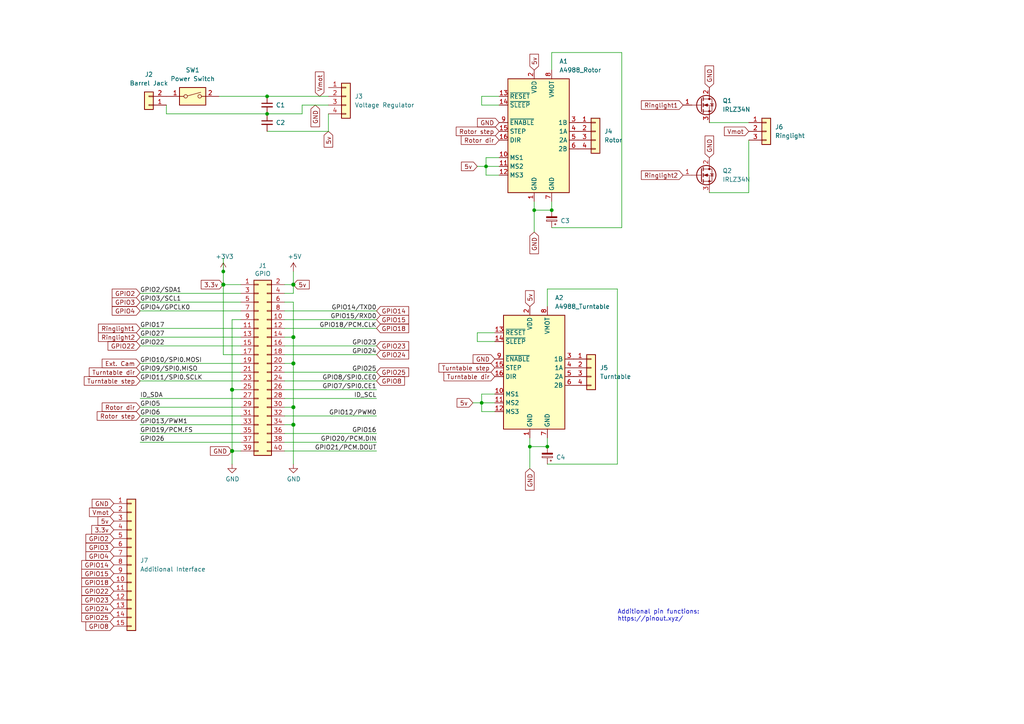
<source format=kicad_sch>
(kicad_sch (version 20231120) (generator "eeschema") (generator_version "8.0")
  (paper "A4")
  (title_block (date "15 nov 2012"))
  (lib_symbols
    (symbol "Connector_Generic:Conn_01x02" (pin_names (offset 1.016) hide)
      (property "Reference" "J" (at 0 2.54 0))
      (property "Value" "Conn_01x02" (at 0 -5.08 0))
      (symbol "Conn_01x02_1_1"
        (rectangle (start -1.27 -2.413) (end 0 -2.667) (stroke (width 0.1524)))
        (rectangle (start -1.27 0.127) (end 0 -0.127) (stroke (width 0.1524)))
        (rectangle (start -1.27 1.27) (end 1.27 -3.81) (stroke (width 0.254)) (fill (type background)))
        (pin passive line (at -5.08 0 0) (length 3.81) (name "Pin_1") (number "1"))
        (pin passive line (at -5.08 -2.54 0) (length 3.81) (name "Pin_2") (number "2"))
      )
    )
    (symbol "Connector_Generic:Conn_01x03" (pin_names (offset 1.016) hide)
      (property "Reference" "J" (at 0 5.08 0))
      (property "Value" "Conn_01x03" (at 0 -5.08 0))
      (symbol "Conn_01x03_1_1"
        (rectangle (start -1.27 -2.413) (end 0 -2.667) (stroke (width 0.1524)))
        (rectangle (start -1.27 0.127) (end 0 -0.127) (stroke (width 0.1524)))
        (rectangle (start -1.27 2.667) (end 0 2.413) (stroke (width 0.1524)))
        (rectangle (start -1.27 3.81) (end 1.27 -3.81) (stroke (width 0.254)) (fill (type background)))
        (pin passive line (at -5.08 2.54 0) (length 3.81) (name "Pin_1") (number "1"))
        (pin passive line (at -5.08 0 0) (length 3.81) (name "Pin_2") (number "2"))
        (pin passive line (at -5.08 -2.54 0) (length 3.81) (name "Pin_3") (number "3"))
      )
    )
    (symbol "Connector_Generic:Conn_01x04" (pin_names (offset 1.016) hide)
      (property "Reference" "J" (at 0 5.08 0))
      (property "Value" "Conn_01x04" (at 0 -7.62 0))
      (symbol "Conn_01x04_1_1"
        (rectangle (start -1.27 -4.953) (end 0 -5.207) (stroke (width 0.1524)))
        (rectangle (start -1.27 -2.413) (end 0 -2.667) (stroke (width 0.1524)))
        (rectangle (start -1.27 0.127) (end 0 -0.127) (stroke (width 0.1524)))
        (rectangle (start -1.27 2.667) (end 0 2.413) (stroke (width 0.1524)))
        (rectangle (start -1.27 3.81) (end 1.27 -6.35) (stroke (width 0.254)) (fill (type background)))
        (pin passive line (at -5.08 2.54 0) (length 3.81) (name "Pin_1") (number "1"))
        (pin passive line (at -5.08 0 0) (length 3.81) (name "Pin_2") (number "2"))
        (pin passive line (at -5.08 -2.54 0) (length 3.81) (name "Pin_3") (number "3"))
        (pin passive line (at -5.08 -5.08 0) (length 3.81) (name "Pin_4") (number "4"))
      )
    )
    (symbol "Connector_Generic:Conn_01x15" (pin_names (offset 1.016) hide)
      (property "Reference" "J" (at 0 20.32 0))
      (property "Value" "Conn_01x15" (at 0 -20.32 0))
      (symbol "Conn_01x15_1_1"
        (rectangle (start -1.27 -17.653) (end 0 -17.907) (stroke (width 0.1524)))
        (rectangle (start -1.27 -15.113) (end 0 -15.367) (stroke (width 0.1524)))
        (rectangle (start -1.27 -12.573) (end 0 -12.827) (stroke (width 0.1524)))
        (rectangle (start -1.27 -10.033) (end 0 -10.287) (stroke (width 0.1524)))
        (rectangle (start -1.27 -7.493) (end 0 -7.747) (stroke (width 0.1524)))
        (rectangle (start -1.27 -4.953) (end 0 -5.207) (stroke (width 0.1524)))
        (rectangle (start -1.27 -2.413) (end 0 -2.667) (stroke (width 0.1524)))
        (rectangle (start -1.27 0.127) (end 0 -0.127) (stroke (width 0.1524)))
        (rectangle (start -1.27 2.667) (end 0 2.413) (stroke (width 0.1524)))
        (rectangle (start -1.27 5.207) (end 0 4.953) (stroke (width 0.1524)))
        (rectangle (start -1.27 7.747) (end 0 7.493) (stroke (width 0.1524)))
        (rectangle (start -1.27 10.287) (end 0 10.033) (stroke (width 0.1524)))
        (rectangle (start -1.27 12.827) (end 0 12.573) (stroke (width 0.1524)))
        (rectangle (start -1.27 15.367) (end 0 15.113) (stroke (width 0.1524)))
        (rectangle (start -1.27 17.907) (end 0 17.653) (stroke (width 0.1524)))
        (rectangle (start -1.27 19.05) (end 1.27 -19.05) (stroke (width 0.254)) (fill (type background)))
        (pin passive line (at -5.08 17.78 0) (length 3.81) (name "Pin_1") (number "1"))
        (pin passive line (at -5.08 -5.08 0) (length 3.81) (name "Pin_10") (number "10"))
        (pin passive line (at -5.08 -7.62 0) (length 3.81) (name "Pin_11") (number "11"))
        (pin passive line (at -5.08 -10.16 0) (length 3.81) (name "Pin_12") (number "12"))
        (pin passive line (at -5.08 -12.7 0) (length 3.81) (name "Pin_13") (number "13"))
        (pin passive line (at -5.08 -15.24 0) (length 3.81) (name "Pin_14") (number "14"))
        (pin passive line (at -5.08 -17.78 0) (length 3.81) (name "Pin_15") (number "15"))
        (pin passive line (at -5.08 15.24 0) (length 3.81) (name "Pin_2") (number "2"))
        (pin passive line (at -5.08 12.7 0) (length 3.81) (name "Pin_3") (number "3"))
        (pin passive line (at -5.08 10.16 0) (length 3.81) (name "Pin_4") (number "4"))
        (pin passive line (at -5.08 7.62 0) (length 3.81) (name "Pin_5") (number "5"))
        (pin passive line (at -5.08 5.08 0) (length 3.81) (name "Pin_6") (number "6"))
        (pin passive line (at -5.08 2.54 0) (length 3.81) (name "Pin_7") (number "7"))
        (pin passive line (at -5.08 0 0) (length 3.81) (name "Pin_8") (number "8"))
        (pin passive line (at -5.08 -2.54 0) (length 3.81) (name "Pin_9") (number "9"))
      )
    )
    (symbol "Connector_Generic:Conn_02x20_Odd_Even" (pin_names (offset 1.016) hide)
      (property "Reference" "J" (at 1.27 25.4 0))
      (property "Value" "Conn_02x20_Odd_Even" (at 1.27 -27.94 0))
      (symbol "Conn_02x20_Odd_Even_1_1"
        (rectangle (start -1.27 -25.273) (end 0 -25.527) (stroke (width 0.1524)))
        (rectangle (start -1.27 -22.733) (end 0 -22.987) (stroke (width 0.1524)))
        (rectangle (start -1.27 -20.193) (end 0 -20.447) (stroke (width 0.1524)))
        (rectangle (start -1.27 -17.653) (end 0 -17.907) (stroke (width 0.1524)))
        (rectangle (start -1.27 -15.113) (end 0 -15.367) (stroke (width 0.1524)))
        (rectangle (start -1.27 -12.573) (end 0 -12.827) (stroke (width 0.1524)))
        (rectangle (start -1.27 -10.033) (end 0 -10.287) (stroke (width 0.1524)))
        (rectangle (start -1.27 -7.493) (end 0 -7.747) (stroke (width 0.1524)))
        (rectangle (start -1.27 -4.953) (end 0 -5.207) (stroke (width 0.1524)))
        (rectangle (start -1.27 -2.413) (end 0 -2.667) (stroke (width 0.1524)))
        (rectangle (start -1.27 0.127) (end 0 -0.127) (stroke (width 0.1524)))
        (rectangle (start -1.27 2.667) (end 0 2.413) (stroke (width 0.1524)))
        (rectangle (start -1.27 5.207) (end 0 4.953) (stroke (width 0.1524)))
        (rectangle (start -1.27 7.747) (end 0 7.493) (stroke (width 0.1524)))
        (rectangle (start -1.27 10.287) (end 0 10.033) (stroke (width 0.1524)))
        (rectangle (start -1.27 12.827) (end 0 12.573) (stroke (width 0.1524)))
        (rectangle (start -1.27 15.367) (end 0 15.113) (stroke (width 0.1524)))
        (rectangle (start -1.27 17.907) (end 0 17.653) (stroke (width 0.1524)))
        (rectangle (start -1.27 20.447) (end 0 20.193) (stroke (width 0.1524)))
        (rectangle (start -1.27 22.987) (end 0 22.733) (stroke (width 0.1524)))
        (rectangle (start -1.27 24.13) (end 3.81 -26.67) (stroke (width 0.254)) (fill (type background)))
        (rectangle (start 3.81 -25.273) (end 2.54 -25.527) (stroke (width 0.1524)))
        (rectangle (start 3.81 -22.733) (end 2.54 -22.987) (stroke (width 0.1524)))
        (rectangle (start 3.81 -20.193) (end 2.54 -20.447) (stroke (width 0.1524)))
        (rectangle (start 3.81 -17.653) (end 2.54 -17.907) (stroke (width 0.1524)))
        (rectangle (start 3.81 -15.113) (end 2.54 -15.367) (stroke (width 0.1524)))
        (rectangle (start 3.81 -12.573) (end 2.54 -12.827) (stroke (width 0.1524)))
        (rectangle (start 3.81 -10.033) (end 2.54 -10.287) (stroke (width 0.1524)))
        (rectangle (start 3.81 -7.493) (end 2.54 -7.747) (stroke (width 0.1524)))
        (rectangle (start 3.81 -4.953) (end 2.54 -5.207) (stroke (width 0.1524)))
        (rectangle (start 3.81 -2.413) (end 2.54 -2.667) (stroke (width 0.1524)))
        (rectangle (start 3.81 0.127) (end 2.54 -0.127) (stroke (width 0.1524)))
        (rectangle (start 3.81 2.667) (end 2.54 2.413) (stroke (width 0.1524)))
        (rectangle (start 3.81 5.207) (end 2.54 4.953) (stroke (width 0.1524)))
        (rectangle (start 3.81 7.747) (end 2.54 7.493) (stroke (width 0.1524)))
        (rectangle (start 3.81 10.287) (end 2.54 10.033) (stroke (width 0.1524)))
        (rectangle (start 3.81 12.827) (end 2.54 12.573) (stroke (width 0.1524)))
        (rectangle (start 3.81 15.367) (end 2.54 15.113) (stroke (width 0.1524)))
        (rectangle (start 3.81 17.907) (end 2.54 17.653) (stroke (width 0.1524)))
        (rectangle (start 3.81 20.447) (end 2.54 20.193) (stroke (width 0.1524)))
        (rectangle (start 3.81 22.987) (end 2.54 22.733) (stroke (width 0.1524)))
        (pin passive line (at -5.08 22.86 0) (length 3.81) (name "Pin_1") (number "1"))
        (pin passive line (at 7.62 12.7 180) (length 3.81) (name "Pin_10") (number "10"))
        (pin passive line (at -5.08 10.16 0) (length 3.81) (name "Pin_11") (number "11"))
        (pin passive line (at 7.62 10.16 180) (length 3.81) (name "Pin_12") (number "12"))
        (pin passive line (at -5.08 7.62 0) (length 3.81) (name "Pin_13") (number "13"))
        (pin passive line (at 7.62 7.62 180) (length 3.81) (name "Pin_14") (number "14"))
        (pin passive line (at -5.08 5.08 0) (length 3.81) (name "Pin_15") (number "15"))
        (pin passive line (at 7.62 5.08 180) (length 3.81) (name "Pin_16") (number "16"))
        (pin passive line (at -5.08 2.54 0) (length 3.81) (name "Pin_17") (number "17"))
        (pin passive line (at 7.62 2.54 180) (length 3.81) (name "Pin_18") (number "18"))
        (pin passive line (at -5.08 0 0) (length 3.81) (name "Pin_19") (number "19"))
        (pin passive line (at 7.62 22.86 180) (length 3.81) (name "Pin_2") (number "2"))
        (pin passive line (at 7.62 0 180) (length 3.81) (name "Pin_20") (number "20"))
        (pin passive line (at -5.08 -2.54 0) (length 3.81) (name "Pin_21") (number "21"))
        (pin passive line (at 7.62 -2.54 180) (length 3.81) (name "Pin_22") (number "22"))
        (pin passive line (at -5.08 -5.08 0) (length 3.81) (name "Pin_23") (number "23"))
        (pin passive line (at 7.62 -5.08 180) (length 3.81) (name "Pin_24") (number "24"))
        (pin passive line (at -5.08 -7.62 0) (length 3.81) (name "Pin_25") (number "25"))
        (pin passive line (at 7.62 -7.62 180) (length 3.81) (name "Pin_26") (number "26"))
        (pin passive line (at -5.08 -10.16 0) (length 3.81) (name "Pin_27") (number "27"))
        (pin passive line (at 7.62 -10.16 180) (length 3.81) (name "Pin_28") (number "28"))
        (pin passive line (at -5.08 -12.7 0) (length 3.81) (name "Pin_29") (number "29"))
        (pin passive line (at -5.08 20.32 0) (length 3.81) (name "Pin_3") (number "3"))
        (pin passive line (at 7.62 -12.7 180) (length 3.81) (name "Pin_30") (number "30"))
        (pin passive line (at -5.08 -15.24 0) (length 3.81) (name "Pin_31") (number "31"))
        (pin passive line (at 7.62 -15.24 180) (length 3.81) (name "Pin_32") (number "32"))
        (pin passive line (at -5.08 -17.78 0) (length 3.81) (name "Pin_33") (number "33"))
        (pin passive line (at 7.62 -17.78 180) (length 3.81) (name "Pin_34") (number "34"))
        (pin passive line (at -5.08 -20.32 0) (length 3.81) (name "Pin_35") (number "35"))
        (pin passive line (at 7.62 -20.32 180) (length 3.81) (name "Pin_36") (number "36"))
        (pin passive line (at -5.08 -22.86 0) (length 3.81) (name "Pin_37") (number "37"))
        (pin passive line (at 7.62 -22.86 180) (length 3.81) (name "Pin_38") (number "38"))
        (pin passive line (at -5.08 -25.4 0) (length 3.81) (name "Pin_39") (number "39"))
        (pin passive line (at 7.62 20.32 180) (length 3.81) (name "Pin_4") (number "4"))
        (pin passive line (at 7.62 -25.4 180) (length 3.81) (name "Pin_40") (number "40"))
        (pin passive line (at -5.08 17.78 0) (length 3.81) (name "Pin_5") (number "5"))
        (pin passive line (at 7.62 17.78 180) (length 3.81) (name "Pin_6") (number "6"))
        (pin passive line (at -5.08 15.24 0) (length 3.81) (name "Pin_7") (number "7"))
        (pin passive line (at 7.62 15.24 180) (length 3.81) (name "Pin_8") (number "8"))
        (pin passive line (at -5.08 12.7 0) (length 3.81) (name "Pin_9") (number "9"))
      )
    )
    (symbol "Device:C_Polarized_Small" (pin_numbers hide) (pin_names (offset 0.254) hide)
      (property "Reference" "C" (at 0.254 1.778 0))
      (property "Value" "C_Polarized_Small" (at 0.254 -2.032 0))
      (symbol "C_Polarized_Small_0_1"
        (rectangle (start -1.524 -0.3048) (end 1.524 -0.6858) (fill (type outline)))
        (rectangle (start -1.524 0.6858) (end 1.524 0.3048))
        (polyline (pts (xy -1.27 1.524) (xy -0.762 1.524)))
        (polyline (pts (xy -1.016 1.27) (xy -1.016 1.778)))
      )
      (symbol "C_Polarized_Small_1_1"
        (pin passive line (at 0 2.54 270) (length 1.8542) (name "~") (number "1"))
        (pin passive line (at 0 -2.54 90) (length 1.8542) (name "~") (number "2"))
      )
    )
    (symbol "Device:C_Small" (pin_numbers hide) (pin_names (offset 0.254) hide)
      (property "Reference" "C" (at 0.254 1.778 0))
      (property "Value" "C_Small" (at 0.254 -2.032 0))
      (symbol "C_Small_0_1"
        (polyline (pts (xy -1.524 -0.508) (xy 1.524 -0.508)) (stroke (width 0.3302)))
        (polyline (pts (xy -1.524 0.508) (xy 1.524 0.508)) (stroke (width 0.3048)))
      )
      (symbol "C_Small_1_1"
        (pin passive line (at 0 2.54 270) (length 2.032) (name "~") (number "1"))
        (pin passive line (at 0 -2.54 90) (length 2.032) (name "~") (number "2"))
      )
    )
    (symbol "Driver_Motor:Pololu_Breakout_A4988"
      (property "Reference" "A" (at -2.54 19.05 0))
      (property "Value" "Pololu_Breakout_A4988" (at -2.54 16.51 0))
      (symbol "Pololu_Breakout_A4988_0_1"
        (rectangle (start 10.16 -17.78) (end -7.62 15.24) (stroke (width 0.254)) (fill (type background)))
      )
      (symbol "Pololu_Breakout_A4988_1_1"
        (pin power_in line (at 0 -20.32 90) (length 2.54) (name "GND") (number "1"))
        (pin input line (at -10.16 -7.62 0) (length 2.54) (name "MS1") (number "10"))
        (pin input line (at -10.16 -10.16 0) (length 2.54) (name "MS2") (number "11"))
        (pin input line (at -10.16 -12.7 0) (length 2.54) (name "MS3") (number "12"))
        (pin input line (at -10.16 10.16 0) (length 2.54) (name "~{RESET}") (number "13"))
        (pin input line (at -10.16 7.62 0) (length 2.54) (name "~{SLEEP}") (number "14"))
        (pin input line (at -10.16 0 0) (length 2.54) (name "STEP") (number "15"))
        (pin input line (at -10.16 -2.54 0) (length 2.54) (name "DIR") (number "16"))
        (pin power_in line (at 0 17.78 270) (length 2.54) (name "VDD") (number "2"))
        (pin output line (at 12.7 2.54 180) (length 2.54) (name "1B") (number "3"))
        (pin output line (at 12.7 0 180) (length 2.54) (name "1A") (number "4"))
        (pin output line (at 12.7 -2.54 180) (length 2.54) (name "2A") (number "5"))
        (pin output line (at 12.7 -5.08 180) (length 2.54) (name "2B") (number "6"))
        (pin power_in line (at 5.08 -20.32 90) (length 2.54) (name "GND") (number "7"))
        (pin power_in line (at 5.08 17.78 270) (length 2.54) (name "VMOT") (number "8"))
        (pin input line (at -10.16 2.54 0) (length 2.54) (name "~{ENABLE}") (number "9"))
      )
    )
    (symbol "Switch:SW_DIP_x01" (pin_names (offset 0) hide)
      (property "Reference" "SW" (at 0 3.81 0))
      (property "Value" "SW_DIP_x01" (at 0 -3.81 0))
      (symbol "SW_DIP_x01_0_0"
        (circle (center -2.032 0) (radius 0.508))
        (polyline (pts (xy -1.524 0.127) (xy 2.3622 1.1684)))
        (circle (center 2.032 0) (radius 0.508))
      )
      (symbol "SW_DIP_x01_0_1"
        (rectangle (start -3.81 2.54) (end 3.81 -2.54) (stroke (width 0.254)) (fill (type background)))
      )
      (symbol "SW_DIP_x01_1_1"
        (pin passive line (at -7.62 0 0) (length 5.08) (name "~") (number "1"))
        (pin passive line (at 7.62 0 180) (length 5.08) (name "~") (number "2"))
      )
    )
    (symbol "Transistor_FET:IRLZ34N" (pin_names hide)
      (property "Reference" "Q" (at 5.08 1.905 0))
      (property "Value" "IRLZ34N" (at 5.08 0 0))
      (symbol "IRLZ34N_0_1"
        (polyline (pts (xy 0.254 0) (xy -2.54 0)))
        (polyline (pts (xy 0.254 1.905) (xy 0.254 -1.905)) (stroke (width 0.254)))
        (polyline (pts (xy 0.762 -1.27) (xy 0.762 -2.286)) (stroke (width 0.254)))
        (polyline (pts (xy 0.762 0.508) (xy 0.762 -0.508)) (stroke (width 0.254)))
        (polyline (pts (xy 0.762 2.286) (xy 0.762 1.27)) (stroke (width 0.254)))
        (polyline (pts (xy 2.54 2.54) (xy 2.54 1.778)))
        (polyline (pts (xy 2.54 -2.54) (xy 2.54 0) (xy 0.762 0)))
        (polyline (pts (xy 0.762 -1.778) (xy 3.302 -1.778) (xy 3.302 1.778) (xy 0.762 1.778)))
        (polyline (pts (xy 1.016 0) (xy 2.032 0.381) (xy 2.032 -0.381) (xy 1.016 0)) (fill (type outline)))
        (polyline (pts (xy 2.794 0.508) (xy 2.921 0.381) (xy 3.683 0.381) (xy 3.81 0.254)))
        (polyline (pts (xy 3.302 0.381) (xy 2.921 -0.254) (xy 3.683 -0.254) (xy 3.302 0.381)))
        (circle (center 1.651 0) (radius 2.794) (stroke (width 0.254)))
        (circle (center 2.54 -1.778) (radius 0.254) (fill (type outline)))
        (circle (center 2.54 1.778) (radius 0.254) (fill (type outline)))
      )
      (symbol "IRLZ34N_1_1"
        (pin input line (at -5.08 0 0) (length 2.54) (name "G") (number "1"))
        (pin passive line (at 2.54 5.08 270) (length 2.54) (name "D") (number "2"))
        (pin passive line (at 2.54 -5.08 90) (length 2.54) (name "S") (number "3"))
      )
    )
    (symbol "power:+3.3V" (power) (pin_names (offset 0))
      (property "Value" "+3.3V" (at 0 3.556 0))
      (symbol "+3.3V_0_1"
        (polyline (pts (xy -0.762 1.27) (xy 0 2.54)))
        (polyline (pts (xy 0 0) (xy 0 2.54)))
        (polyline (pts (xy 0 2.54) (xy 0.762 1.27)))
      )
      (symbol "+3.3V_1_1"
        (pin power_in line (at 0 0 90) (length 0) hide (name "+3V3") (number "1"))
      )
    )
    (symbol "power:+5V" (power) (pin_names (offset 0))
      (property "Value" "+5V" (at 0 3.556 0))
      (symbol "+5V_0_1"
        (polyline (pts (xy -0.762 1.27) (xy 0 2.54)))
        (polyline (pts (xy 0 0) (xy 0 2.54)))
        (polyline (pts (xy 0 2.54) (xy 0.762 1.27)))
      )
      (symbol "+5V_1_1"
        (pin power_in line (at 0 0 90) (length 0) hide (name "+5V") (number "1"))
      )
    )
    (symbol "power:GND" (power) (pin_names (offset 0))
      (property "Value" "GND" (at 0 -3.81 0))
      (symbol "GND_0_1"
        (polyline (pts (xy 0 0) (xy 0 -1.27) (xy 1.27 -1.27) (xy 0 -2.54) (xy -1.27 -1.27) (xy 0 -1.27)))
      )
      (symbol "GND_1_1"
        (pin power_in line (at 0 0 270) (length 0) hide (name "GND") (number "1"))
      )
    )
  )
  (junction (at 85.09 82.55) (diameter 1.016))
  (junction (at 85.09 97.79) (diameter 1.016))
  (junction (at 77.47 33.02))
  (junction (at 154.94 60.96))
  (junction (at 64.77 78.74))
  (junction (at 67.31 130.81) (diameter 1.016))
  (junction (at 158.75 129.54))
  (junction (at 67.31 113.03) (diameter 1.016))
  (junction (at 160.02 60.96))
  (junction (at 153.67 129.54))
  (junction (at 85.09 123.19) (diameter 1.016))
  (junction (at 77.47 27.94))
  (junction (at 85.09 118.11) (diameter 1.016))
  (junction (at 85.09 105.41) (diameter 1.016))
  (junction (at 139.7 116.84))
  (junction (at 140.97 48.26))
  (junction (at 64.77 82.55) (diameter 1.016))
  (wire (pts (xy 67.31 113.03) (xy 67.31 130.81)))
  (wire (pts (xy 82.55 113.03) (xy 109.22 113.03)))
  (wire (pts (xy 69.85 95.25) (xy 40.64 95.25)))
  (wire (pts (xy 140.97 48.26) (xy 140.97 50.8)))
  (wire (pts (xy 143.51 114.3) (xy 139.7 114.3)))
  (wire (pts (xy 85.09 87.63) (xy 85.09 97.79)))
  (wire (pts (xy 85.09 105.41) (xy 82.55 105.41)))
  (wire (pts (xy 138.43 48.26) (xy 140.97 48.26)))
  (wire (pts (xy 64.77 78.74) (xy 64.77 82.55)))
  (wire (pts (xy 85.09 118.11) (xy 85.09 123.19)))
  (wire (pts (xy 160.02 20.32) (xy 160.02 15.24)))
  (wire (pts (xy 205.74 35.56) (xy 217.17 35.56)))
  (wire (pts (xy 48.26 33.02) (xy 48.26 30.48)))
  (wire (pts (xy 85.09 105.41) (xy 85.09 118.11)))
  (wire (pts (xy 205.74 55.88) (xy 217.17 55.88)))
  (wire (pts (xy 82.55 90.17) (xy 109.22 90.17)))
  (wire (pts (xy 67.31 92.71) (xy 67.31 113.03)))
  (wire (pts (xy 158.75 83.82) (xy 179.07 83.82)))
  (wire (pts (xy 140.97 50.8) (xy 144.78 50.8)))
  (wire (pts (xy 154.94 60.96) (xy 160.02 60.96)))
  (wire (pts (xy 67.31 92.71) (xy 69.85 92.71)))
  (wire (pts (xy 82.55 110.49) (xy 109.22 110.49)))
  (wire (pts (xy 144.78 45.72) (xy 140.97 45.72)))
  (wire (pts (xy 69.85 115.57) (xy 40.64 115.57)))
  (wire (pts (xy 40.64 118.11) (xy 69.85 118.11)))
  (wire (pts (xy 158.75 127) (xy 158.75 129.54)))
  (wire (pts (xy 67.31 113.03) (xy 69.85 113.03)))
  (wire (pts (xy 179.07 134.62) (xy 158.75 134.62)))
  (wire (pts (xy 82.55 100.33) (xy 109.22 100.33)))
  (wire (pts (xy 64.77 74.93) (xy 64.77 78.74)))
  (wire (pts (xy 82.55 130.81) (xy 109.22 130.81)))
  (wire (pts (xy 67.31 130.81) (xy 67.31 134.62)))
  (wire (pts (xy 40.64 97.79) (xy 69.85 97.79)))
  (wire (pts (xy 153.67 135.89) (xy 153.67 129.54)))
  (wire (pts (xy 95.25 38.1) (xy 77.47 38.1)))
  (wire (pts (xy 77.47 33.02) (xy 87.63 33.02)))
  (wire (pts (xy 85.09 123.19) (xy 82.55 123.19)))
  (wire (pts (xy 63.5 27.94) (xy 77.47 27.94)))
  (wire (pts (xy 40.64 87.63) (xy 69.85 87.63)))
  (wire (pts (xy 138.43 96.52) (xy 143.51 96.52)))
  (wire (pts (xy 40.64 110.49) (xy 69.85 110.49)))
  (wire (pts (xy 64.77 102.87) (xy 69.85 102.87)))
  (wire (pts (xy 144.78 30.48) (xy 139.7 30.48)))
  (wire (pts (xy 69.85 85.09) (xy 40.64 85.09)))
  (wire (pts (xy 85.09 82.55) (xy 85.09 85.09)))
  (wire (pts (xy 85.09 97.79) (xy 85.09 105.41)))
  (wire (pts (xy 82.55 95.25) (xy 109.22 95.25)))
  (wire (pts (xy 139.7 116.84) (xy 143.51 116.84)))
  (wire (pts (xy 85.09 97.79) (xy 82.55 97.79)))
  (wire (pts (xy 85.09 78.74) (xy 85.09 82.55)))
  (wire (pts (xy 139.7 114.3) (xy 139.7 116.84)))
  (wire (pts (xy 40.64 90.17) (xy 69.85 90.17)))
  (wire (pts (xy 85.09 82.55) (xy 82.55 82.55)))
  (wire (pts (xy 64.77 82.55) (xy 64.77 102.87)))
  (wire (pts (xy 87.63 30.48) (xy 95.25 30.48)))
  (wire (pts (xy 82.55 102.87) (xy 109.22 102.87)))
  (wire (pts (xy 82.55 92.71) (xy 109.22 92.71)))
  (wire (pts (xy 139.7 30.48) (xy 139.7 27.94)))
  (wire (pts (xy 139.7 116.84) (xy 139.7 119.38)))
  (wire (pts (xy 87.63 33.02) (xy 87.63 30.48)))
  (wire (pts (xy 160.02 15.24) (xy 180.34 15.24)))
  (wire (pts (xy 160.02 58.42) (xy 160.02 60.96)))
  (wire (pts (xy 154.94 60.96) (xy 154.94 58.42)))
  (wire (pts (xy 40.64 100.33) (xy 69.85 100.33)))
  (wire (pts (xy 40.64 107.95) (xy 69.85 107.95)))
  (wire (pts (xy 137.16 116.84) (xy 139.7 116.84)))
  (wire (pts (xy 139.7 27.94) (xy 144.78 27.94)))
  (wire (pts (xy 40.64 120.65) (xy 69.85 120.65)))
  (wire (pts (xy 85.09 85.09) (xy 82.55 85.09)))
  (wire (pts (xy 40.64 125.73) (xy 69.85 125.73)))
  (wire (pts (xy 139.7 119.38) (xy 143.51 119.38)))
  (wire (pts (xy 143.51 99.06) (xy 138.43 99.06)))
  (wire (pts (xy 82.55 125.73) (xy 109.22 125.73)))
  (wire (pts (xy 138.43 99.06) (xy 138.43 96.52)))
  (wire (pts (xy 82.55 120.65) (xy 109.22 120.65)))
  (wire (pts (xy 67.31 130.81) (xy 69.85 130.81)))
  (wire (pts (xy 48.26 33.02) (xy 77.47 33.02)))
  (wire (pts (xy 82.55 128.27) (xy 109.22 128.27)))
  (wire (pts (xy 217.17 55.88) (xy 217.17 40.64)))
  (wire (pts (xy 85.09 87.63) (xy 82.55 87.63)))
  (wire (pts (xy 40.64 128.27) (xy 69.85 128.27)))
  (wire (pts (xy 77.47 27.94) (xy 95.25 27.94)))
  (wire (pts (xy 158.75 88.9) (xy 158.75 83.82)))
  (wire (pts (xy 153.67 129.54) (xy 153.67 127)))
  (wire (pts (xy 179.07 83.82) (xy 179.07 134.62)))
  (wire (pts (xy 154.94 67.31) (xy 154.94 60.96)))
  (wire (pts (xy 140.97 48.26) (xy 144.78 48.26)))
  (wire (pts (xy 180.34 66.04) (xy 160.02 66.04)))
  (wire (pts (xy 85.09 123.19) (xy 85.09 134.62)))
  (wire (pts (xy 82.55 107.95) (xy 109.22 107.95)))
  (wire (pts (xy 69.85 123.19) (xy 40.64 123.19)))
  (wire (pts (xy 95.25 33.02) (xy 95.25 38.1)))
  (wire (pts (xy 85.09 118.11) (xy 82.55 118.11)))
  (wire (pts (xy 180.34 15.24) (xy 180.34 66.04)))
  (wire (pts (xy 64.77 82.55) (xy 69.85 82.55)))
  (wire (pts (xy 140.97 45.72) (xy 140.97 48.26)))
  (wire (pts (xy 69.85 105.41) (xy 40.64 105.41)))
  (wire (pts (xy 82.55 115.57) (xy 109.22 115.57)))
  (wire (pts (xy 153.67 129.54) (xy 158.75 129.54)))
  (text "Additional pin functions:\nhttps://pinout.xyz/" (at 179.07 180.34 0) (effects (font (size 1.27 1.27)) (justify left bottom)))
  (label "ID_SDA" (at 40.64 115.57 0))
  (label "GPIO6" (at 40.64 120.65 0))
  (label "ID_SCL" (at 109.22 115.57 180))
  (label "GPIO5" (at 40.64 118.11 0))
  (label "GPIO21{slash}PCM.DOUT" (at 109.22 130.81 180))
  (label "GPIO19{slash}PCM.FS" (at 40.64 125.73 0))
  (label "GPIO10{slash}SPI0.MOSI" (at 40.64 105.41 0))
  (label "GPIO9{slash}SPI0.MISO" (at 40.64 107.95 0))
  (label "GPIO23" (at 109.22 100.33 180))
  (label "GPIO4{slash}GPCLK0" (at 40.64 90.17 0))
  (label "GPIO27" (at 40.64 97.79 0))
  (label "GPIO26" (at 40.64 128.27 0))
  (label "GPIO14{slash}TXD0" (at 109.22 90.17 180))
  (label "GPIO8{slash}SPI0.CE0" (at 109.22 110.49 180))
  (label "GPIO15{slash}RXD0" (at 109.22 92.71 180))
  (label "GPIO16" (at 109.22 125.73 180))
  (label "GPIO22" (at 40.64 100.33 0))
  (label "GPIO2{slash}SDA1" (at 40.64 85.09 0))
  (label "GPIO17" (at 40.64 95.25 0))
  (label "GPIO25" (at 109.22 107.95 180))
  (label "GPIO3{slash}SCL1" (at 40.64 87.63 0))
  (label "GPIO18{slash}PCM.CLK" (at 109.22 95.25 180))
  (label "GPIO12{slash}PWM0" (at 109.22 120.65 180))
  (label "GPIO13{slash}PWM1" (at 40.64 123.19 0))
  (label "GPIO20{slash}PCM.DIN" (at 109.22 128.27 180))
  (label "GPIO24" (at 109.22 102.87 180))
  (label "GPIO7{slash}SPI0.CE1" (at 109.22 113.03 180))
  (label "GPIO11{slash}SPI0.SCLK" (at 40.64 110.49 0))
  (global_label "GPIO18" (shape input) (at 33.02 168.91 180) (property "Intersheetrefs" "${INTERSHEET_REFS}" (effects (hide yes))))
  (global_label "Rotor dir" (shape input) (at 144.78 40.64 180) (property "Intersheetrefs" "${INTERSHEET_REFS}" (effects (hide yes))))
  (global_label "GPIO22" (shape input) (at 40.64 100.33 180) (property "Intersheetrefs" "${INTERSHEET_REFS}" (effects (hide yes))))
  (global_label "GPIO4" (shape input) (at 33.02 161.29 180) (property "Intersheetrefs" "${INTERSHEET_REFS}" (effects (hide yes))))
  (global_label "GPIO18" (shape input) (at 109.22 95.25 0) (property "Intersheetrefs" "${INTERSHEET_REFS}" (effects (hide yes))))
  (global_label "GPIO22" (shape input) (at 33.02 171.45 180) (property "Intersheetrefs" "${INTERSHEET_REFS}" (effects (hide yes))))
  (global_label "GPIO2" (shape input) (at 40.64 85.09 180) (property "Intersheetrefs" "${INTERSHEET_REFS}" (effects (hide yes))))
  (global_label "Rotor step" (shape input) (at 144.78 38.1 180) (property "Intersheetrefs" "${INTERSHEET_REFS}" (effects (hide yes))))
  (global_label "Ringlight1" (shape input) (at 40.64 95.25 180) (property "Intersheetrefs" "${INTERSHEET_REFS}" (effects (hide yes))))
  (global_label "Turntable dir" (shape input) (at 143.51 109.22 180) (property "Intersheetrefs" "${INTERSHEET_REFS}" (effects (hide yes))))
  (global_label "GPIO3" (shape input) (at 33.02 158.75 180) (property "Intersheetrefs" "${INTERSHEET_REFS}" (effects (hide yes))))
  (global_label "Turntable step" (shape input) (at 143.51 106.68 180) (property "Intersheetrefs" "${INTERSHEET_REFS}" (effects (hide yes))))
  (global_label "GND" (shape input) (at 205.74 45.72 90) (property "Intersheetrefs" "${INTERSHEET_REFS}" (effects (hide yes))))
  (global_label "GND" (shape input) (at 154.94 67.31 270) (property "Intersheetrefs" "${INTERSHEET_REFS}" (effects (hide yes))))
  (global_label "GND" (shape input) (at 67.31 130.81 180) (property "Intersheetrefs" "${INTERSHEET_REFS}" (effects (hide yes))))
  (global_label "Ringlight2" (shape input) (at 40.64 97.79 180) (property "Intersheetrefs" "${INTERSHEET_REFS}" (effects (hide yes))))
  (global_label "5v" (shape input) (at 95.25 38.1 270) (property "Intersheetrefs" "${INTERSHEET_REFS}" (effects (hide yes))))
  (global_label "GPIO15" (shape input) (at 109.22 92.71 0) (property "Intersheetrefs" "${INTERSHEET_REFS}" (effects (hide yes))))
  (global_label "GND" (shape input) (at 143.51 104.14 180) (property "Intersheetrefs" "${INTERSHEET_REFS}" (effects (hide yes))))
  (global_label "GND" (shape input) (at 205.74 25.4 90) (property "Intersheetrefs" "${INTERSHEET_REFS}" (effects (hide yes))))
  (global_label "Vmot" (shape input) (at 92.71 27.94 90) (property "Intersheetrefs" "${INTERSHEET_REFS}" (effects (hide yes))))
  (global_label "GPIO25" (shape input) (at 109.22 107.95 0) (property "Intersheetrefs" "${INTERSHEET_REFS}" (effects (hide yes))))
  (global_label "Vmot" (shape input) (at 33.02 148.59 180) (property "Intersheetrefs" "${INTERSHEET_REFS}" (effects (hide yes))))
  (global_label "GPIO8" (shape input) (at 33.02 181.61 180) (property "Intersheetrefs" "${INTERSHEET_REFS}" (effects (hide yes))))
  (global_label "GPIO23" (shape input) (at 109.22 100.33 0) (property "Intersheetrefs" "${INTERSHEET_REFS}" (effects (hide yes))))
  (global_label "GPIO3" (shape input) (at 40.64 87.63 180) (property "Intersheetrefs" "${INTERSHEET_REFS}" (effects (hide yes))))
  (global_label "GND" (shape input) (at 144.78 35.56 180) (property "Intersheetrefs" "${INTERSHEET_REFS}" (effects (hide yes))))
  (global_label "5v" (shape input) (at 154.94 20.32 90) (property "Intersheetrefs" "${INTERSHEET_REFS}" (effects (hide yes))))
  (global_label "5v" (shape input) (at 33.02 151.13 180) (property "Intersheetrefs" "${INTERSHEET_REFS}" (effects (hide yes))))
  (global_label "Rotor dir" (shape input) (at 40.64 118.11 180) (property "Intersheetrefs" "${INTERSHEET_REFS}" (effects (hide yes))))
  (global_label "GPIO23" (shape input) (at 33.02 173.99 180) (property "Intersheetrefs" "${INTERSHEET_REFS}" (effects (hide yes))))
  (global_label "5v" (shape input) (at 85.09 82.55 0) (property "Intersheetrefs" "${INTERSHEET_REFS}" (effects (hide yes))))
  (global_label "Rotor step" (shape input) (at 40.64 120.65 180) (property "Intersheetrefs" "${INTERSHEET_REFS}" (effects (hide yes))))
  (global_label "GPIO24" (shape input) (at 109.22 102.87 0) (property "Intersheetrefs" "${INTERSHEET_REFS}" (effects (hide yes))))
  (global_label "3.3v" (shape input) (at 64.77 82.55 180) (property "Intersheetrefs" "${INTERSHEET_REFS}" (effects (hide yes))))
  (global_label "Vmot" (shape input) (at 217.17 38.1 180) (property "Intersheetrefs" "${INTERSHEET_REFS}" (effects (hide yes))))
  (global_label "GPIO4" (shape input) (at 40.64 90.17 180) (property "Intersheetrefs" "${INTERSHEET_REFS}" (effects (hide yes))))
  (global_label "GND" (shape input) (at 153.67 135.89 270) (property "Intersheetrefs" "${INTERSHEET_REFS}" (effects (hide yes))))
  (global_label "GND" (shape input) (at 33.02 146.05 180) (property "Intersheetrefs" "${INTERSHEET_REFS}" (effects (hide yes))))
  (global_label "GPIO14" (shape input) (at 109.22 90.17 0) (property "Intersheetrefs" "${INTERSHEET_REFS}" (effects (hide yes))))
  (global_label "5v" (shape input) (at 153.67 88.9 90) (property "Intersheetrefs" "${INTERSHEET_REFS}" (effects (hide yes))))
  (global_label "GPIO24" (shape input) (at 33.02 176.53 180) (property "Intersheetrefs" "${INTERSHEET_REFS}" (effects (hide yes))))
  (global_label "GPIO2" (shape input) (at 33.02 156.21 180) (property "Intersheetrefs" "${INTERSHEET_REFS}" (effects (hide yes))))
  (global_label "GND" (shape input) (at 91.44 30.48 270) (property "Intersheetrefs" "${INTERSHEET_REFS}" (effects (hide yes))))
  (global_label "3.3v" (shape input) (at 33.02 153.67 180) (property "Intersheetrefs" "${INTERSHEET_REFS}" (effects (hide yes))))
  (global_label "Turntable step" (shape input) (at 40.64 110.49 180) (property "Intersheetrefs" "${INTERSHEET_REFS}" (effects (hide yes))))
  (global_label "GPIO15" (shape input) (at 33.02 166.37 180) (property "Intersheetrefs" "${INTERSHEET_REFS}" (effects (hide yes))))
  (global_label "Ringlight1" (shape input) (at 198.12 30.48 180) (property "Intersheetrefs" "${INTERSHEET_REFS}" (effects (hide yes))))
  (global_label "GPIO14" (shape input) (at 33.02 163.83 180) (property "Intersheetrefs" "${INTERSHEET_REFS}" (effects (hide yes))))
  (global_label "Ext. Cam" (shape input) (at 40.64 105.41 180) (property "Intersheetrefs" "${INTERSHEET_REFS}" (effects (hide yes))))
  (global_label "5v" (shape input) (at 137.16 116.84 180) (property "Intersheetrefs" "${INTERSHEET_REFS}" (effects (hide yes))))
  (global_label "Ringlight2" (shape input) (at 198.12 50.8 180) (property "Intersheetrefs" "${INTERSHEET_REFS}" (effects (hide yes))))
  (global_label "Turntable dir" (shape input) (at 40.64 107.95 180) (property "Intersheetrefs" "${INTERSHEET_REFS}" (effects (hide yes))))
  (global_label "GPIO8" (shape input) (at 109.22 110.49 0) (property "Intersheetrefs" "${INTERSHEET_REFS}" (effects (hide yes))))
  (global_label "GPIO25" (shape input) (at 33.02 179.07 180) (property "Intersheetrefs" "${INTERSHEET_REFS}" (effects (hide yes))))
  (global_label "5v" (shape input) (at 138.43 48.26 180) (property "Intersheetrefs" "${INTERSHEET_REFS}" (effects (hide yes))))
  (symbol (lib_id "power:+5V") (at 85.09 78.74 0) (unit 1)
    (property "Reference" "#PWR01" (effects (hide yes)))
    (property "Value" "+5V" (at 85.4583 74.4156 0))
  )
  (symbol (lib_id "power:+3.3V") (at 64.77 78.74 0) (unit 1)
    (property "Reference" "#PWR04" (effects (hide yes)))
    (property "Value" "+3V3" (at 65.1383 74.4156 0))
  )
  (symbol (lib_id "power:GND") (at 85.09 134.62 0) (unit 1)
    (property "Reference" "#PWR02" (effects (hide yes)))
    (property "Value" "GND" (at 85.2043 138.9444 0))
  )
  (symbol (lib_id "power:GND") (at 67.31 134.62 0) (unit 1)
    (property "Reference" "#PWR03" (effects (hide yes)))
    (property "Value" "GND" (at 67.4243 138.9444 0))
  )
  (symbol (lib_id "Connector_Generic:Conn_02x20_Odd_Even") (at 74.93 105.41 0) (unit 1)
    (property "Reference" "J1" (at 76.2 77.0698 0))
    (property "Value" "GPIO" (at 76.2 79.375 0))
    (property "Footprint" "Connector_PinSocket_2.54mm:PinSocket_2x20_P2.54mm_Vertical" (effects (hide yes)))
  )
  (symbol (lib_id "Device:C_Small") (at 77.47 30.48 0) (unit 1)
    (property "Reference" "C1" (at 80.01 30.4862 0) (effects (justify left)))
    (property "Value" "C_Small" (effects (hide yes)))
    (property "Footprint" "Connector_BarrelJack:BarrelJack_CUI_PJ-102AH_Horizontal" (effects (hide yes)))
    (property "Description" "Unpolarized capacitor, small symbol" (effects (hide yes)))
  )
  (symbol (lib_id "Device:C_Polarized_Small") (at 160.02 63.5 180) (unit 1)
    (property "Reference" "C3" (at 162.56 64.046 0) (effects (justify right)))
    (property "Value" "C_Polarized_Small" (effects (hide yes)))
    (property "Description" "Polarized capacitor, small symbol" (effects (hide yes)))
  )
  (symbol (lib_id "Device:C_Small") (at 77.47 35.56 0) (unit 1)
    (property "Reference" "C2" (at 80.01 35.5662 0) (effects (justify left)))
    (property "Value" "C_Small" (effects (hide yes)))
    (property "Description" "Unpolarized capacitor, small symbol" (effects (hide yes)))
  )
  (symbol (lib_id "Connector_Generic:Conn_01x04") (at 172.72 38.1 0) (unit 1)
    (property "Reference" "J4" (at 175.26 38.0999 0) (effects (justify left)))
    (property "Value" "Rotor" (at 175.26 40.6399 0) (effects (justify left)))
    (property "Footprint" "Connector_JST:JST_XH_B4B-XH-A_1x04_P2.50mm_Vertical" (effects (hide yes)))
    (property "Description" "Generic connector, single row, 01x04, script generated (kicad-library-utils/schlib/autogen/connector/)" (effects (hide yes)))
  )
  (symbol (lib_id "Device:C_Polarized_Small") (at 158.75 132.08 180) (unit 1)
    (property "Reference" "C4" (at 161.29 132.626 0) (effects (justify right)))
    (property "Value" "C_Polarized_Small" (effects (hide yes)))
    (property "Description" "Polarized capacitor, small symbol" (effects (hide yes)))
  )
  (symbol (lib_id "Transistor_FET:IRLZ34N") (at 203.2 30.48 0) (unit 1)
    (property "Reference" "Q1" (at 209.55 29.2099 0) (effects (justify left)))
    (property "Value" "IRLZ34N" (at 209.55 31.7499 0) (effects (justify left)))
    (property "Footprint" "Package_TO_SOT_THT:TO-220-3_Vertical" (effects (hide yes)))
    (property "Datasheet" "http://www.infineon.com/dgdl/irlz34npbf.pdf?fileId=5546d462533600a40153567206892720" (effects (hide yes)))
    (property "Description" "30A Id, 55V Vds, 35mOhm Rds, N-Channel HEXFET Power MOSFET, TO-220AB" (effects (hide yes)))
  )
  (symbol (lib_id "Connector_Generic:Conn_01x15") (at 38.1 163.83 0) (unit 1)
    (property "Reference" "J7" (at 40.64 162.5599 0) (effects (justify left)))
    (property "Value" "Additional Interface" (at 40.64 165.0999 0) (effects (justify left)))
    (property "Footprint" "Connector_PinHeader_2.54mm:PinHeader_1x15_P2.54mm_Vertical" (effects (hide yes)))
    (property "Description" "Generic connector, single row, 01x15, script generated (kicad-library-utils/schlib/autogen/connector/)" (effects (hide yes)))
  )
  (symbol (lib_id "Connector_Generic:Conn_01x04") (at 100.33 27.94 0) (unit 1)
    (property "Reference" "J3" (at 102.87 27.9399 0) (effects (justify left)))
    (property "Value" "Voltage Regulator" (at 102.87 30.4799 0) (effects (justify left)))
    (property "Description" "Generic connector, single row, 01x04, script generated (kicad-library-utils/schlib/autogen/connector/)" (effects (hide yes)))
  )
  (symbol (lib_id "Connector_Generic:Conn_01x02") (at 43.18 30.48 180) (unit 1)
    (property "Reference" "J2" (at 43.18 21.59 0))
    (property "Value" "Barrel Jack" (at 43.18 24.13 0))
    (property "Footprint" "Connector_BarrelJack:BarrelJack_CUI_PJ-102AH_Horizontal" (effects (hide yes)))
    (property "Description" "Generic connector, single row, 01x02, script generated (kicad-library-utils/schlib/autogen/connector/)" (effects (hide yes)))
  )
  (symbol (lib_id "Transistor_FET:IRLZ34N") (at 203.2 50.8 0) (unit 1)
    (property "Reference" "Q2" (at 209.55 49.5299 0) (effects (justify left)))
    (property "Value" "IRLZ34N" (at 209.55 52.0699 0) (effects (justify left)))
    (property "Footprint" "Package_TO_SOT_THT:TO-220-3_Vertical" (effects (hide yes)))
    (property "Datasheet" "http://www.infineon.com/dgdl/irlz34npbf.pdf?fileId=5546d462533600a40153567206892720" (effects (hide yes)))
    (property "Description" "30A Id, 55V Vds, 35mOhm Rds, N-Channel HEXFET Power MOSFET, TO-220AB" (effects (hide yes)))
  )
  (symbol (lib_id "Driver_Motor:Pololu_Breakout_A4988") (at 153.67 106.68 0) (unit 1)
    (property "Reference" "A2" (at 160.9441 86.36 0) (effects (justify left)))
    (property "Value" "A4988_Turntable" (at 160.9441 88.9 0) (effects (justify left)))
    (property "Footprint" "Module:Pololu_Breakout-16_15.2x20.3mm" (effects (hide yes)))
    (property "Datasheet" "https://www.pololu.com/product/2980/pictures" (effects (hide yes)))
    (property "Description" "Pololu Breakout Board, Stepper Driver A4988" (effects (hide yes)))
  )
  (symbol (lib_id "Switch:SW_DIP_x01") (at 55.88 27.94 0) (unit 1)
    (property "Reference" "SW1" (at 55.88 20.32 0))
    (property "Value" "Power Switch" (at 55.88 22.86 0))
    (property "Description" "1x DIP Switch, Single Pole Single Throw (SPST) switch, small symbol" (effects (hide yes)))
  )
  (symbol (lib_id "Driver_Motor:Pololu_Breakout_A4988") (at 154.94 38.1 0) (unit 1)
    (property "Reference" "A1" (at 162.2141 17.78 0) (effects (justify left)))
    (property "Value" "A4988_Rotor" (at 162.2141 20.32 0) (effects (justify left)))
    (property "Footprint" "Module:Pololu_Breakout-16_15.2x20.3mm" (effects (hide yes)))
    (property "Datasheet" "https://www.pololu.com/product/2980/pictures" (effects (hide yes)))
    (property "Description" "Pololu Breakout Board, Stepper Driver A4988" (effects (hide yes)))
  )
  (symbol (lib_id "Connector_Generic:Conn_01x04") (at 171.45 106.68 0) (unit 1)
    (property "Reference" "J5" (at 173.99 106.6799 0) (effects (justify left)))
    (property "Value" "Turntable" (at 173.99 109.2199 0) (effects (justify left)))
    (property "Footprint" "Connector_JST:JST_XH_B4B-XH-A_1x04_P2.50mm_Vertical" (effects (hide yes)))
    (property "Description" "Generic connector, single row, 01x04, script generated (kicad-library-utils/schlib/autogen/connector/)" (effects (hide yes)))
  )
  (symbol (lib_id "Connector_Generic:Conn_01x03") (at 222.25 38.1 0) (unit 1)
    (property "Reference" "J6" (at 224.79 36.8299 0) (effects (justify left)))
    (property "Value" "Ringlight" (at 224.79 39.3699 0) (effects (justify left)))
    (property "Footprint" "Connector_JST:JST_XH_B3B-XH-A_1x03_P2.50mm_Vertical" (effects (hide yes)))
    (property "Description" "Generic connector, single row, 01x03, script generated (kicad-library-utils/schlib/autogen/connector/)" (effects (hide yes)))
  )
)
</source>
